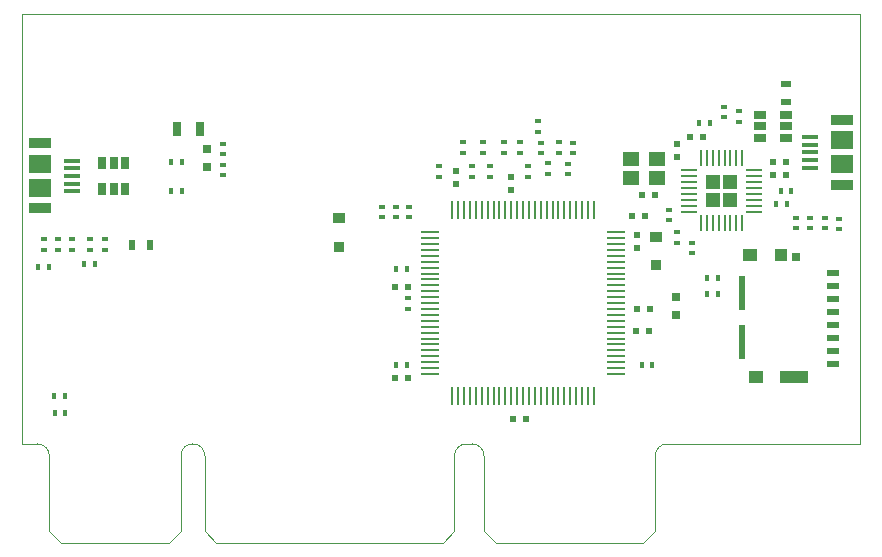
<source format=gbr>
G04 #@! TF.FileFunction,Paste,Top*
%FSLAX46Y46*%
G04 Gerber Fmt 4.6, Leading zero omitted, Abs format (unit mm)*
G04 Created by KiCad (PCBNEW 4.0.7) date 09/09/17 19:36:50*
%MOMM*%
%LPD*%
G01*
G04 APERTURE LIST*
%ADD10C,0.100000*%
%ADD11R,0.600000X0.500000*%
%ADD12R,1.200000X1.200000*%
%ADD13O,1.500000X0.250000*%
%ADD14O,0.250000X1.500000*%
%ADD15R,0.600000X0.400000*%
%ADD16R,0.400000X0.600000*%
%ADD17R,1.000000X0.500000*%
%ADD18R,2.390000X1.050000*%
%ADD19R,1.200000X1.050000*%
%ADD20R,1.080000X1.050000*%
%ADD21R,0.780000X0.720000*%
%ADD22R,0.550000X2.910000*%
%ADD23R,0.500000X0.600000*%
%ADD24R,0.750000X0.800000*%
%ADD25R,0.900000X0.500000*%
%ADD26R,0.500000X0.900000*%
%ADD27R,0.700000X1.300000*%
%ADD28R,1.400000X1.150000*%
%ADD29R,0.900000X0.900000*%
%ADD30R,1.100000X0.900000*%
%ADD31R,1.900000X1.500000*%
%ADD32R,1.900000X0.900000*%
%ADD33R,1.350000X0.400000*%
%ADD34R,1.060000X0.650000*%
%ADD35R,0.650000X1.060000*%
%ADD36R,1.500000X0.280000*%
%ADD37R,0.280000X1.500000*%
G04 APERTURE END LIST*
D10*
X86767232Y-135759051D02*
X86767232Y-135359051D01*
X97917232Y-135359051D02*
X97917232Y-135759051D01*
X96917232Y-136759051D02*
X87767232Y-136759051D01*
X96917232Y-136759051D02*
X97917232Y-135759051D01*
X86767232Y-135759051D02*
X87767232Y-136759051D01*
X155417232Y-91959051D02*
X155417232Y-128359051D01*
X84417232Y-128359051D02*
X84417232Y-91959051D01*
X84417232Y-91959051D02*
X155417232Y-91959051D01*
X121067232Y-129359051D02*
X121067232Y-135359051D01*
X121067232Y-129359051D02*
G75*
G02X122067232Y-128359051I1000000J0D01*
G01*
X122567232Y-128359051D02*
X122067232Y-128359051D01*
X122567232Y-128359051D02*
G75*
G02X123567232Y-129359051I0J-1000000D01*
G01*
X123567232Y-135359051D02*
X123567232Y-129359051D01*
X138067232Y-129359051D02*
X138067232Y-135359051D01*
X138067232Y-129359051D02*
G75*
G02X139067232Y-128359051I1000000J0D01*
G01*
X155417232Y-128359051D02*
X139067232Y-128359051D01*
X85767232Y-128359051D02*
X84417232Y-128359051D01*
X85767232Y-128359051D02*
G75*
G02X86767232Y-129359051I0J-1000000D01*
G01*
X86767232Y-135359051D02*
X86767232Y-129359051D01*
X97917232Y-129359051D02*
X97917232Y-135359051D01*
X97917232Y-129359051D02*
G75*
G02X99917232Y-129359051I1000000J0D01*
G01*
X99917232Y-135359051D02*
X99917232Y-129359051D01*
X137067232Y-136759051D02*
X124567232Y-136759051D01*
X137067232Y-136759051D02*
X138067232Y-135759051D01*
X138067232Y-135359051D02*
X138067232Y-135759051D01*
X123567232Y-135759051D02*
X123567232Y-135359051D01*
X123567232Y-135759051D02*
X124567232Y-136759051D01*
X120067232Y-136759051D02*
X100917232Y-136759051D01*
X120067232Y-136759051D02*
X121067232Y-135759051D01*
X121067232Y-135359051D02*
X121067232Y-135759051D01*
X99917232Y-135759051D02*
X99917232Y-135359051D01*
X99917232Y-135759051D02*
X100917232Y-136759051D01*
D11*
X142078000Y-102362000D03*
X140978000Y-102362000D03*
D12*
X142937000Y-107684000D03*
X142937000Y-106184000D03*
X144437000Y-106184000D03*
D13*
X146437000Y-108684000D03*
X146437000Y-108184000D03*
X146437000Y-107684000D03*
X146437000Y-107184000D03*
X146437000Y-106684000D03*
X146437000Y-106184000D03*
X146437000Y-105684000D03*
X146437000Y-105184000D03*
D14*
X145437000Y-104184000D03*
X144937000Y-104184000D03*
X144437000Y-104184000D03*
X143937000Y-104184000D03*
X143437000Y-104184000D03*
X142937000Y-104184000D03*
X142437000Y-104184000D03*
X141937000Y-104184000D03*
D13*
X140937000Y-105184000D03*
X140937000Y-105684000D03*
X140937000Y-106184000D03*
X140937000Y-106684000D03*
X140937000Y-107184000D03*
X140937000Y-107684000D03*
X140937000Y-108184000D03*
X140937000Y-108684000D03*
D14*
X141937000Y-109684000D03*
X142437000Y-109684000D03*
X142937000Y-109684000D03*
X143437000Y-109684000D03*
X143937000Y-109684000D03*
X144437000Y-109684000D03*
X144937000Y-109684000D03*
X145437000Y-109684000D03*
D12*
X144437000Y-107684000D03*
D15*
X128950000Y-104600000D03*
X128950000Y-105500000D03*
D16*
X97991000Y-104521000D03*
X97091000Y-104521000D03*
D17*
X153127800Y-121602800D03*
X153127800Y-120502800D03*
X153127800Y-119402800D03*
X153127800Y-118302800D03*
X153127800Y-117202800D03*
X153127800Y-116102800D03*
X153127800Y-115002800D03*
X153127800Y-113902800D03*
D18*
X149822800Y-122652800D03*
D19*
X146637800Y-122652800D03*
X146067800Y-112327800D03*
D20*
X148677800Y-112327800D03*
D21*
X149947800Y-112542800D03*
D22*
X145392800Y-119747800D03*
X145392800Y-115557800D03*
D15*
X126619000Y-102801000D03*
X126619000Y-103701000D03*
D16*
X142490000Y-115630000D03*
X143390000Y-115630000D03*
D23*
X125857000Y-106849000D03*
X125857000Y-105749000D03*
X139877000Y-104055000D03*
X139877000Y-102955000D03*
D11*
X136914000Y-107315000D03*
X138014000Y-107315000D03*
D24*
X100076000Y-103390000D03*
X100076000Y-104890000D03*
D11*
X127092800Y-126288800D03*
X125992800Y-126288800D03*
X117161400Y-115036600D03*
X116061400Y-115036600D03*
D23*
X148005000Y-105579000D03*
X148005000Y-104479000D03*
D25*
X149110000Y-97920000D03*
X149110000Y-99420000D03*
D26*
X93780000Y-111480000D03*
X95280000Y-111480000D03*
D27*
X99502000Y-101727000D03*
X97602000Y-101727000D03*
D16*
X149217000Y-108077000D03*
X148317000Y-108077000D03*
X148698000Y-106934000D03*
X149598000Y-106934000D03*
D15*
X114935000Y-108262000D03*
X114935000Y-109162000D03*
X116078000Y-108262000D03*
X116078000Y-109162000D03*
D16*
X97091000Y-106934000D03*
X97991000Y-106934000D03*
D15*
X101473000Y-102928000D03*
X101473000Y-103828000D03*
X101473000Y-104706000D03*
X101473000Y-105606000D03*
D16*
X142690000Y-101219000D03*
X141790000Y-101219000D03*
D15*
X127254000Y-104833000D03*
X127254000Y-105733000D03*
X125222000Y-102801000D03*
X125222000Y-103701000D03*
X123444000Y-102801000D03*
X123444000Y-103701000D03*
X122555000Y-104833000D03*
X122555000Y-105733000D03*
X121793000Y-102801000D03*
X121793000Y-103701000D03*
X124079000Y-104833000D03*
X124079000Y-105733000D03*
D16*
X117036000Y-113538000D03*
X116136000Y-113538000D03*
D15*
X139877000Y-110421000D03*
X139877000Y-111321000D03*
X141147000Y-111310000D03*
X141147000Y-112210000D03*
X130700000Y-104630000D03*
X130700000Y-105530000D03*
X128430000Y-102850000D03*
X128430000Y-103750000D03*
X139242000Y-108541400D03*
X139242000Y-109441400D03*
X117094000Y-116009000D03*
X117094000Y-116909000D03*
D28*
X135983000Y-105829000D03*
X135983000Y-104229000D03*
X138183000Y-104229000D03*
X138183000Y-105829000D03*
D23*
X149148000Y-105579000D03*
X149148000Y-104479000D03*
D15*
X119761000Y-104833000D03*
X119761000Y-105733000D03*
X117221000Y-108262000D03*
X117221000Y-109162000D03*
X91500000Y-111950000D03*
X91500000Y-111050000D03*
X90200000Y-111950000D03*
X90200000Y-111050000D03*
D16*
X86720000Y-113400000D03*
X85820000Y-113400000D03*
X142480000Y-114350000D03*
X143380000Y-114350000D03*
D15*
X153660000Y-109280000D03*
X153660000Y-110180000D03*
D11*
X136483000Y-116967000D03*
X137583000Y-116967000D03*
X136076600Y-109080300D03*
X137176600Y-109080300D03*
D24*
X139810000Y-115920000D03*
X139810000Y-117420000D03*
D11*
X136406800Y-118821200D03*
X137506800Y-118821200D03*
X117136000Y-122809000D03*
X116036000Y-122809000D03*
D23*
X136525000Y-111802000D03*
X136525000Y-110702000D03*
X121158000Y-106341000D03*
X121158000Y-105241000D03*
D29*
X138137900Y-113239400D03*
D30*
X138137900Y-110839400D03*
D29*
X111315500Y-111651900D03*
D30*
X111315500Y-109251900D03*
D15*
X129890000Y-102830000D03*
X129890000Y-103730000D03*
D16*
X87180000Y-124333000D03*
X88080000Y-124333000D03*
X90594600Y-113157000D03*
X89694600Y-113157000D03*
X117036000Y-121666000D03*
X116136000Y-121666000D03*
X137813200Y-121716800D03*
X136913200Y-121716800D03*
D31*
X85984000Y-106664000D03*
D32*
X85984000Y-108414000D03*
D33*
X88684000Y-104364000D03*
X88684000Y-105014000D03*
X88684000Y-105664000D03*
X88684000Y-106314000D03*
X88684000Y-106964000D03*
D31*
X85984000Y-104664000D03*
D32*
X85984000Y-102914000D03*
D31*
X153874940Y-102657400D03*
D32*
X153874940Y-100907400D03*
D33*
X151174940Y-104957400D03*
X151174940Y-104307400D03*
X151174940Y-103657400D03*
X151174940Y-103007400D03*
X151174940Y-102357400D03*
D31*
X153874940Y-104657400D03*
D32*
X153874940Y-106407400D03*
D15*
X131120000Y-102840000D03*
X131120000Y-103740000D03*
X128100000Y-101030000D03*
X128100000Y-101930000D03*
X145150000Y-100210000D03*
X145150000Y-101110000D03*
X143920000Y-99800000D03*
X143920000Y-100700000D03*
D16*
X87210400Y-125704600D03*
X88110400Y-125704600D03*
D15*
X87500000Y-111950000D03*
X87500000Y-111050000D03*
X88700000Y-111950000D03*
X88700000Y-111050000D03*
X86300000Y-111950000D03*
X86300000Y-111050000D03*
X151200000Y-110110000D03*
X151200000Y-109210000D03*
X149970000Y-110110000D03*
X149970000Y-109210000D03*
X152440000Y-110110000D03*
X152440000Y-109210000D03*
D34*
X149160000Y-102430000D03*
X149160000Y-101480000D03*
X149160000Y-100530000D03*
X146960000Y-100530000D03*
X146960000Y-102430000D03*
X146960000Y-101480000D03*
D35*
X91257000Y-106764000D03*
X92207000Y-106764000D03*
X93157000Y-106764000D03*
X93157000Y-104564000D03*
X91257000Y-104564000D03*
X92207000Y-104564000D03*
D36*
X134773000Y-122433600D03*
X134773000Y-121933600D03*
X134773000Y-121433600D03*
X134773000Y-120933600D03*
X134773000Y-120433600D03*
X134773000Y-119933600D03*
X134773000Y-119433600D03*
X134773000Y-118933600D03*
X134773000Y-118433600D03*
X134773000Y-117933600D03*
X134773000Y-117433600D03*
X134773000Y-116933600D03*
X134773000Y-116433600D03*
X134773000Y-115933600D03*
X134773000Y-115433600D03*
X134773000Y-114933600D03*
X134773000Y-114433600D03*
X134773000Y-113933600D03*
X134773000Y-113433600D03*
X134773000Y-112933600D03*
X134773000Y-112433600D03*
X134773000Y-111933600D03*
X134773000Y-111433600D03*
X134773000Y-110933600D03*
X134773000Y-110433600D03*
D37*
X132873000Y-108533600D03*
X132373000Y-108533600D03*
X131873000Y-108533600D03*
X131373000Y-108533600D03*
X130873000Y-108533600D03*
X130373000Y-108533600D03*
X129873000Y-108533600D03*
X129373000Y-108533600D03*
X128873000Y-108533600D03*
X128373000Y-108533600D03*
X127873000Y-108533600D03*
X127373000Y-108533600D03*
X126873000Y-108533600D03*
X126373000Y-108533600D03*
X125873000Y-108533600D03*
X125373000Y-108533600D03*
X124873000Y-108533600D03*
X124373000Y-108533600D03*
X123873000Y-108533600D03*
X123373000Y-108533600D03*
X122873000Y-108533600D03*
X122373000Y-108533600D03*
X121873000Y-108533600D03*
X121373000Y-108533600D03*
X120873000Y-108533600D03*
D36*
X118973000Y-110433600D03*
X118973000Y-110933600D03*
X118973000Y-111433600D03*
X118973000Y-111933600D03*
X118973000Y-112433600D03*
X118973000Y-112933600D03*
X118973000Y-113433600D03*
X118973000Y-113933600D03*
X118973000Y-114433600D03*
X118973000Y-114933600D03*
X118973000Y-115433600D03*
X118973000Y-115933600D03*
X118973000Y-116433600D03*
X118973000Y-116933600D03*
X118973000Y-117433600D03*
X118973000Y-117933600D03*
X118973000Y-118433600D03*
X118973000Y-118933600D03*
X118973000Y-119433600D03*
X118973000Y-119933600D03*
X118973000Y-120433600D03*
X118973000Y-120933600D03*
X118973000Y-121433600D03*
X118973000Y-121933600D03*
X118973000Y-122433600D03*
D37*
X120873000Y-124333600D03*
X121373000Y-124333600D03*
X121873000Y-124333600D03*
X122373000Y-124333600D03*
X122873000Y-124333600D03*
X123373000Y-124333600D03*
X123873000Y-124333600D03*
X124373000Y-124333600D03*
X124873000Y-124333600D03*
X125373000Y-124333600D03*
X125873000Y-124333600D03*
X126373000Y-124333600D03*
X126873000Y-124333600D03*
X127373000Y-124333600D03*
X127873000Y-124333600D03*
X128373000Y-124333600D03*
X128873000Y-124333600D03*
X129373000Y-124333600D03*
X129873000Y-124333600D03*
X130373000Y-124333600D03*
X130873000Y-124333600D03*
X131373000Y-124333600D03*
X131873000Y-124333600D03*
X132373000Y-124333600D03*
X132873000Y-124333600D03*
M02*

</source>
